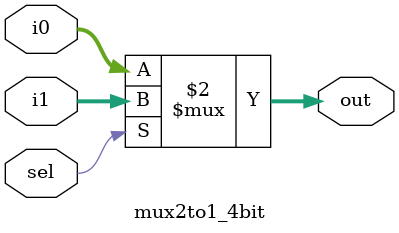
<source format=v>
module mux2to1_4bit(i0, i1, sel, out);
	input[3:0] i0, i1;
	input sel;
	output [3:0]out;
	assign out = (sel==0) ? i0 : i1;
endmodule
</source>
